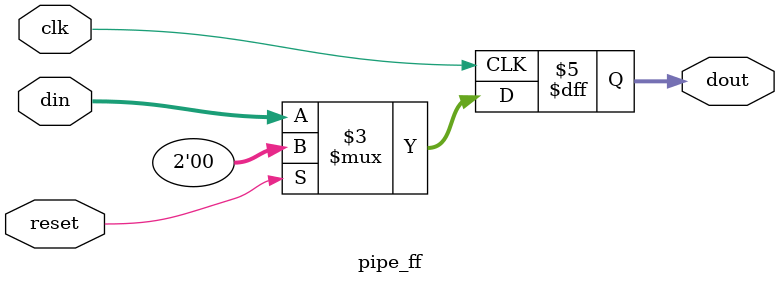
<source format=v>
module interface (
	input clk, 
	input reset, 
	input [p_sz-1:0] bus_i,
	output reg [p_sz-1:0] bus_o, 
	input [p_sz-1:0] pe_interface,
	output reg [p_sz-1:0] interface_pe,
	output resend
	);

	parameter num_leaves= 2;
	parameter payload_sz= 1;
	parameter addr= 1'b0;
	parameter p_sz= 1 + $clog2(num_leaves) + payload_sz; //packet size

	wire accept_packet;
	wire send_packet;
	assign accept_packet= bus_i[p_sz-1] && 
			(bus_i[p_sz-2:payload_sz] == addr);
	assign send_packet= !(bus_i[p_sz-1] && 
		addr != bus_i[p_sz-2:payload_sz]);

	reg winc, rinc;
	wire [p_sz-1:0] wdata, rdata;
	wire rempty;

	SynFIFO #(
		.DSIZE(p_sz),
		.ASIZE(2))
		FIFI_u (
		.clk(clk),
		.rst_n(~reset),
		.rdata(rdata), 
		.wfull(resend), 
		.rempty(rempty), 
		.wdata(pe_interface),
		.winc(pe_interface[p_sz-1]), 
		.rinc(send_packet && ~rempty) 
		);

	always @(posedge clk) begin
	//	cache_o <= pe_interface;
		if (reset)
			{interface_pe, bus_o} <= 0;
		else begin
			if (accept_packet)
				interface_pe <= bus_i;
			else
				interface_pe <= 0;
			if (send_packet) begin			
				if (rempty)
					bus_o <= 0;
				else
					bus_o <=  rdata;
				
			end
			else begin
				bus_o <= bus_i;
			end
		end
	end
	
endmodule

module pipe_ff (
	input clk, 
	input reset, 
	input [data_width-1:0] din,
	output reg [data_width-1:0] dout 
	);

	parameter data_width= 2;


	always @(posedge clk) begin
		if (reset)
			dout <= 0;
		else
			dout <=din;
	end
	
endmodule

</source>
